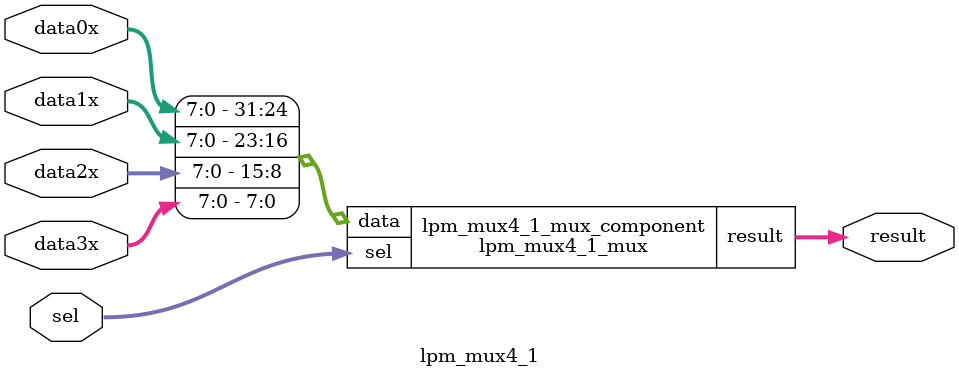
<source format=v>
module lpm_mux4_1_mux(	// file.cleaned.mlir:2:3
  input  [31:0] data,	// file.cleaned.mlir:2:40
  input  [1:0]  sel,	// file.cleaned.mlir:2:56
  output [7:0]  result	// file.cleaned.mlir:2:71
);

  wire _data_3;	// file.cleaned.mlir:112:12
  wire _data_11;	// file.cleaned.mlir:111:12
  wire _data_19;	// file.cleaned.mlir:110:12
  wire _data_27;	// file.cleaned.mlir:109:12
  wire _data_2;	// file.cleaned.mlir:108:12
  wire _data_10;	// file.cleaned.mlir:107:12
  wire _data_18;	// file.cleaned.mlir:106:12
  wire _data_26;	// file.cleaned.mlir:105:12
  wire _data_0;	// file.cleaned.mlir:104:12
  wire _data_8;	// file.cleaned.mlir:103:11
  wire _data_16;	// file.cleaned.mlir:102:11
  wire _data_24;	// file.cleaned.mlir:101:11
  wire _data_1;	// file.cleaned.mlir:100:11
  wire _data_9;	// file.cleaned.mlir:99:11
  wire _data_17;	// file.cleaned.mlir:98:11
  wire _data_25;	// file.cleaned.mlir:97:11
  wire _data_7;	// file.cleaned.mlir:96:11
  wire _data_15;	// file.cleaned.mlir:95:11
  wire _data_23;	// file.cleaned.mlir:94:11
  wire _data_31;	// file.cleaned.mlir:93:11
  wire _data_6;	// file.cleaned.mlir:92:11
  wire _data_14;	// file.cleaned.mlir:91:11
  wire _data_22;	// file.cleaned.mlir:90:11
  wire _data_30;	// file.cleaned.mlir:89:11
  wire _data_5;	// file.cleaned.mlir:88:11
  wire _data_13;	// file.cleaned.mlir:87:11
  wire _data_21;	// file.cleaned.mlir:86:11
  wire _data_29;	// file.cleaned.mlir:85:11
  wire _data_4;	// file.cleaned.mlir:84:11
  wire _data_12;	// file.cleaned.mlir:83:11
  wire _data_20;	// file.cleaned.mlir:82:11
  wire _data_28;	// file.cleaned.mlir:81:11
  wire _GEN = _data_7 & ~(sel[1]) & ~(sel[0]) | sel[1] & (sel[0] | _data_23);	// file.cleaned.mlir:4:10, :5:10, :6:10, :7:10, :8:10, :9:10, :10:10, :11:10, :94:11, :96:11
  wire _GEN_0 = _data_6 & ~(sel[1]) & ~(sel[0]) | sel[1] & (sel[0] | _data_22);	// file.cleaned.mlir:4:10, :5:10, :6:10, :7:10, :17:11, :18:11, :19:11, :20:11, :90:11, :92:11
  wire _GEN_1 = _data_5 & ~(sel[1]) & ~(sel[0]) | sel[1] & (sel[0] | _data_21);	// file.cleaned.mlir:4:10, :5:10, :6:10, :7:10, :26:11, :27:11, :28:11, :29:11, :86:11, :88:11
  wire _GEN_2 = _data_4 & ~(sel[1]) & ~(sel[0]) | sel[1] & (sel[0] | _data_20);	// file.cleaned.mlir:4:10, :5:10, :6:10, :7:10, :35:11, :36:11, :37:11, :38:11, :82:11, :84:11
  wire _GEN_3 = _data_3 & ~(sel[1]) & ~(sel[0]) | sel[1] & (sel[0] | _data_19);	// file.cleaned.mlir:4:10, :5:10, :6:10, :7:10, :44:11, :45:11, :46:11, :47:11, :110:12, :112:12
  wire _GEN_4 = _data_2 & ~(sel[1]) & ~(sel[0]) | sel[1] & (sel[0] | _data_18);	// file.cleaned.mlir:4:10, :5:10, :6:10, :7:10, :53:11, :54:11, :55:11, :56:11, :106:12, :108:12
  wire _GEN_5 = _data_1 & ~(sel[1]) & ~(sel[0]) | sel[1] & (sel[0] | _data_17);	// file.cleaned.mlir:4:10, :5:10, :6:10, :7:10, :62:11, :63:11, :64:11, :65:11, :98:11, :100:11
  wire _GEN_6 = _data_0 & ~(sel[1]) & ~(sel[0]) | sel[1] & (sel[0] | _data_16);	// file.cleaned.mlir:4:10, :5:10, :6:10, :7:10, :71:11, :72:11, :73:11, :74:11, :102:11, :104:12
  assign _data_28 = data[28];	// file.cleaned.mlir:81:11
  assign _data_20 = data[20];	// file.cleaned.mlir:82:11
  assign _data_12 = data[12];	// file.cleaned.mlir:83:11
  assign _data_4 = data[4];	// file.cleaned.mlir:84:11
  assign _data_29 = data[29];	// file.cleaned.mlir:85:11
  assign _data_21 = data[21];	// file.cleaned.mlir:86:11
  assign _data_13 = data[13];	// file.cleaned.mlir:87:11
  assign _data_5 = data[5];	// file.cleaned.mlir:88:11
  assign _data_30 = data[30];	// file.cleaned.mlir:89:11
  assign _data_22 = data[22];	// file.cleaned.mlir:90:11
  assign _data_14 = data[14];	// file.cleaned.mlir:91:11
  assign _data_6 = data[6];	// file.cleaned.mlir:92:11
  assign _data_31 = data[31];	// file.cleaned.mlir:93:11
  assign _data_23 = data[23];	// file.cleaned.mlir:94:11
  assign _data_15 = data[15];	// file.cleaned.mlir:95:11
  assign _data_7 = data[7];	// file.cleaned.mlir:96:11
  assign _data_25 = data[25];	// file.cleaned.mlir:97:11
  assign _data_17 = data[17];	// file.cleaned.mlir:98:11
  assign _data_9 = data[9];	// file.cleaned.mlir:99:11
  assign _data_1 = data[1];	// file.cleaned.mlir:100:11
  assign _data_24 = data[24];	// file.cleaned.mlir:101:11
  assign _data_16 = data[16];	// file.cleaned.mlir:102:11
  assign _data_8 = data[8];	// file.cleaned.mlir:103:11
  assign _data_0 = data[0];	// file.cleaned.mlir:104:12
  assign _data_26 = data[26];	// file.cleaned.mlir:105:12
  assign _data_18 = data[18];	// file.cleaned.mlir:106:12
  assign _data_10 = data[10];	// file.cleaned.mlir:107:12
  assign _data_2 = data[2];	// file.cleaned.mlir:108:12
  assign _data_27 = data[27];	// file.cleaned.mlir:109:12
  assign _data_19 = data[19];	// file.cleaned.mlir:110:12
  assign _data_11 = data[11];	// file.cleaned.mlir:111:12
  assign _data_3 = data[3];	// file.cleaned.mlir:112:12
  assign result =
    {_data_15 & sel[0] & ~_GEN | _GEN & (_data_31 | ~(sel[0])),
     _data_14 & sel[0] & ~_GEN_0 | _GEN_0 & (_data_30 | ~(sel[0])),
     _data_13 & sel[0] & ~_GEN_1 | _GEN_1 & (_data_29 | ~(sel[0])),
     _data_12 & sel[0] & ~_GEN_2 | _GEN_2 & (_data_28 | ~(sel[0])),
     _data_11 & sel[0] & ~_GEN_3 | _GEN_3 & (_data_27 | ~(sel[0])),
     _data_10 & sel[0] & ~_GEN_4 | _GEN_4 & (_data_26 | ~(sel[0])),
     _data_9 & sel[0] & ~_GEN_5 | _GEN_5 & (_data_25 | ~(sel[0])),
     _data_8 & sel[0] & ~_GEN_6 | _GEN_6 & (_data_24 | ~(sel[0]))};	// file.cleaned.mlir:4:10, :7:10, :11:10, :12:10, :13:10, :14:11, :15:11, :16:11, :20:11, :21:11, :22:11, :23:11, :24:11, :25:11, :29:11, :30:11, :31:11, :32:11, :33:11, :34:11, :38:11, :39:11, :40:11, :41:11, :42:11, :43:11, :47:11, :48:11, :49:11, :50:11, :51:11, :52:11, :56:11, :57:11, :58:11, :59:11, :60:11, :61:11, :65:11, :66:11, :67:11, :68:11, :69:11, :70:11, :74:11, :75:11, :76:11, :77:11, :78:11, :79:11, :80:11, :81:11, :83:11, :85:11, :87:11, :89:11, :91:11, :93:11, :95:11, :97:11, :99:11, :101:11, :103:11, :105:12, :107:12, :109:12, :111:12, :113:5
endmodule

module lpm_mux4_1(	// file.cleaned.mlir:115:3
  input  [7:0] data0x,	// file.cleaned.mlir:115:28
               data1x,	// file.cleaned.mlir:115:45
               data2x,	// file.cleaned.mlir:115:62
               data3x,	// file.cleaned.mlir:115:79
  input  [1:0] sel,	// file.cleaned.mlir:115:96
  output [7:0] result	// file.cleaned.mlir:115:111
);

  lpm_mux4_1_mux lpm_mux4_1_mux_component (	// file.cleaned.mlir:117:40
    .data   ({data0x, data1x, data2x, data3x}),	// file.cleaned.mlir:116:10
    .sel    (sel),
    .result (result)
  );	// file.cleaned.mlir:117:40
endmodule


</source>
